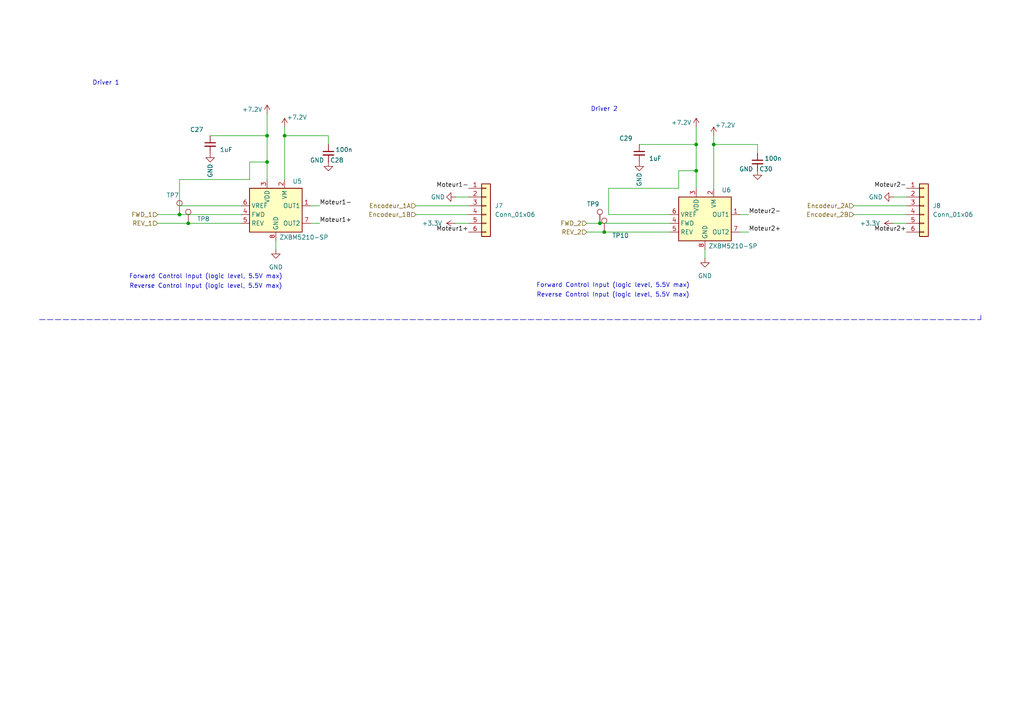
<source format=kicad_sch>
(kicad_sch
	(version 20250114)
	(generator "eeschema")
	(generator_version "9.0")
	(uuid "b5a7f1df-0b18-45d6-9ff7-1dc93c96be52")
	(paper "A4")
	(lib_symbols
		(symbol "Connector:TestPoint"
			(pin_numbers
				(hide yes)
			)
			(pin_names
				(offset 0.762)
				(hide yes)
			)
			(exclude_from_sim no)
			(in_bom yes)
			(on_board yes)
			(property "Reference" "TP"
				(at 0 6.858 0)
				(effects
					(font
						(size 1.27 1.27)
					)
				)
			)
			(property "Value" "TestPoint"
				(at 0 5.08 0)
				(effects
					(font
						(size 1.27 1.27)
					)
				)
			)
			(property "Footprint" ""
				(at 5.08 0 0)
				(effects
					(font
						(size 1.27 1.27)
					)
					(hide yes)
				)
			)
			(property "Datasheet" "~"
				(at 5.08 0 0)
				(effects
					(font
						(size 1.27 1.27)
					)
					(hide yes)
				)
			)
			(property "Description" "test point"
				(at 0 0 0)
				(effects
					(font
						(size 1.27 1.27)
					)
					(hide yes)
				)
			)
			(property "ki_keywords" "test point tp"
				(at 0 0 0)
				(effects
					(font
						(size 1.27 1.27)
					)
					(hide yes)
				)
			)
			(property "ki_fp_filters" "Pin* Test*"
				(at 0 0 0)
				(effects
					(font
						(size 1.27 1.27)
					)
					(hide yes)
				)
			)
			(symbol "TestPoint_0_1"
				(circle
					(center 0 3.302)
					(radius 0.762)
					(stroke
						(width 0)
						(type default)
					)
					(fill
						(type none)
					)
				)
			)
			(symbol "TestPoint_1_1"
				(pin passive line
					(at 0 0 90)
					(length 2.54)
					(name "1"
						(effects
							(font
								(size 1.27 1.27)
							)
						)
					)
					(number "1"
						(effects
							(font
								(size 1.27 1.27)
							)
						)
					)
				)
			)
			(embedded_fonts no)
		)
		(symbol "Connector_Generic:Conn_01x06"
			(pin_names
				(offset 1.016)
				(hide yes)
			)
			(exclude_from_sim no)
			(in_bom yes)
			(on_board yes)
			(property "Reference" "J"
				(at 0 7.62 0)
				(effects
					(font
						(size 1.27 1.27)
					)
				)
			)
			(property "Value" "Conn_01x06"
				(at 0 -10.16 0)
				(effects
					(font
						(size 1.27 1.27)
					)
				)
			)
			(property "Footprint" ""
				(at 0 0 0)
				(effects
					(font
						(size 1.27 1.27)
					)
					(hide yes)
				)
			)
			(property "Datasheet" "~"
				(at 0 0 0)
				(effects
					(font
						(size 1.27 1.27)
					)
					(hide yes)
				)
			)
			(property "Description" "Generic connector, single row, 01x06, script generated (kicad-library-utils/schlib/autogen/connector/)"
				(at 0 0 0)
				(effects
					(font
						(size 1.27 1.27)
					)
					(hide yes)
				)
			)
			(property "ki_keywords" "connector"
				(at 0 0 0)
				(effects
					(font
						(size 1.27 1.27)
					)
					(hide yes)
				)
			)
			(property "ki_fp_filters" "Connector*:*_1x??_*"
				(at 0 0 0)
				(effects
					(font
						(size 1.27 1.27)
					)
					(hide yes)
				)
			)
			(symbol "Conn_01x06_1_1"
				(rectangle
					(start -1.27 6.35)
					(end 1.27 -8.89)
					(stroke
						(width 0.254)
						(type default)
					)
					(fill
						(type background)
					)
				)
				(rectangle
					(start -1.27 5.207)
					(end 0 4.953)
					(stroke
						(width 0.1524)
						(type default)
					)
					(fill
						(type none)
					)
				)
				(rectangle
					(start -1.27 2.667)
					(end 0 2.413)
					(stroke
						(width 0.1524)
						(type default)
					)
					(fill
						(type none)
					)
				)
				(rectangle
					(start -1.27 0.127)
					(end 0 -0.127)
					(stroke
						(width 0.1524)
						(type default)
					)
					(fill
						(type none)
					)
				)
				(rectangle
					(start -1.27 -2.413)
					(end 0 -2.667)
					(stroke
						(width 0.1524)
						(type default)
					)
					(fill
						(type none)
					)
				)
				(rectangle
					(start -1.27 -4.953)
					(end 0 -5.207)
					(stroke
						(width 0.1524)
						(type default)
					)
					(fill
						(type none)
					)
				)
				(rectangle
					(start -1.27 -7.493)
					(end 0 -7.747)
					(stroke
						(width 0.1524)
						(type default)
					)
					(fill
						(type none)
					)
				)
				(pin passive line
					(at -5.08 5.08 0)
					(length 3.81)
					(name "Pin_1"
						(effects
							(font
								(size 1.27 1.27)
							)
						)
					)
					(number "1"
						(effects
							(font
								(size 1.27 1.27)
							)
						)
					)
				)
				(pin passive line
					(at -5.08 2.54 0)
					(length 3.81)
					(name "Pin_2"
						(effects
							(font
								(size 1.27 1.27)
							)
						)
					)
					(number "2"
						(effects
							(font
								(size 1.27 1.27)
							)
						)
					)
				)
				(pin passive line
					(at -5.08 0 0)
					(length 3.81)
					(name "Pin_3"
						(effects
							(font
								(size 1.27 1.27)
							)
						)
					)
					(number "3"
						(effects
							(font
								(size 1.27 1.27)
							)
						)
					)
				)
				(pin passive line
					(at -5.08 -2.54 0)
					(length 3.81)
					(name "Pin_4"
						(effects
							(font
								(size 1.27 1.27)
							)
						)
					)
					(number "4"
						(effects
							(font
								(size 1.27 1.27)
							)
						)
					)
				)
				(pin passive line
					(at -5.08 -5.08 0)
					(length 3.81)
					(name "Pin_5"
						(effects
							(font
								(size 1.27 1.27)
							)
						)
					)
					(number "5"
						(effects
							(font
								(size 1.27 1.27)
							)
						)
					)
				)
				(pin passive line
					(at -5.08 -7.62 0)
					(length 3.81)
					(name "Pin_6"
						(effects
							(font
								(size 1.27 1.27)
							)
						)
					)
					(number "6"
						(effects
							(font
								(size 1.27 1.27)
							)
						)
					)
				)
			)
			(embedded_fonts no)
		)
		(symbol "Device:C_Small"
			(pin_numbers
				(hide yes)
			)
			(pin_names
				(offset 0.254)
				(hide yes)
			)
			(exclude_from_sim no)
			(in_bom yes)
			(on_board yes)
			(property "Reference" "C"
				(at 0.254 1.778 0)
				(effects
					(font
						(size 1.27 1.27)
					)
					(justify left)
				)
			)
			(property "Value" "C_Small"
				(at 0.254 -2.032 0)
				(effects
					(font
						(size 1.27 1.27)
					)
					(justify left)
				)
			)
			(property "Footprint" ""
				(at 0 0 0)
				(effects
					(font
						(size 1.27 1.27)
					)
					(hide yes)
				)
			)
			(property "Datasheet" "~"
				(at 0 0 0)
				(effects
					(font
						(size 1.27 1.27)
					)
					(hide yes)
				)
			)
			(property "Description" "Unpolarized capacitor, small symbol"
				(at 0 0 0)
				(effects
					(font
						(size 1.27 1.27)
					)
					(hide yes)
				)
			)
			(property "ki_keywords" "capacitor cap"
				(at 0 0 0)
				(effects
					(font
						(size 1.27 1.27)
					)
					(hide yes)
				)
			)
			(property "ki_fp_filters" "C_*"
				(at 0 0 0)
				(effects
					(font
						(size 1.27 1.27)
					)
					(hide yes)
				)
			)
			(symbol "C_Small_0_1"
				(polyline
					(pts
						(xy -1.524 0.508) (xy 1.524 0.508)
					)
					(stroke
						(width 0.3048)
						(type default)
					)
					(fill
						(type none)
					)
				)
				(polyline
					(pts
						(xy -1.524 -0.508) (xy 1.524 -0.508)
					)
					(stroke
						(width 0.3302)
						(type default)
					)
					(fill
						(type none)
					)
				)
			)
			(symbol "C_Small_1_1"
				(pin passive line
					(at 0 2.54 270)
					(length 2.032)
					(name "~"
						(effects
							(font
								(size 1.27 1.27)
							)
						)
					)
					(number "1"
						(effects
							(font
								(size 1.27 1.27)
							)
						)
					)
				)
				(pin passive line
					(at 0 -2.54 90)
					(length 2.032)
					(name "~"
						(effects
							(font
								(size 1.27 1.27)
							)
						)
					)
					(number "2"
						(effects
							(font
								(size 1.27 1.27)
							)
						)
					)
				)
			)
			(embedded_fonts no)
		)
		(symbol "Driver_Motor:ZXBM5210-SP"
			(exclude_from_sim no)
			(in_bom yes)
			(on_board yes)
			(property "Reference" "U"
				(at -7.62 8.89 0)
				(effects
					(font
						(size 1.27 1.27)
					)
				)
			)
			(property "Value" "ZXBM5210-SP"
				(at 10.16 8.89 0)
				(effects
					(font
						(size 1.27 1.27)
					)
				)
			)
			(property "Footprint" "Package_SO:Diodes_SO-8EP"
				(at 1.27 -6.35 0)
				(effects
					(font
						(size 1.27 1.27)
					)
					(hide yes)
				)
			)
			(property "Datasheet" "https://www.diodes.com/assets/Datasheets/ZXBM5210.pdf"
				(at 0 0 0)
				(effects
					(font
						(size 1.27 1.27)
					)
					(hide yes)
				)
			)
			(property "Description" "Reversible DC motor drive with speed control, 3-18V, 0.85A, SOIC-8EP"
				(at 0 0 0)
				(effects
					(font
						(size 1.27 1.27)
					)
					(hide yes)
				)
			)
			(property "ki_keywords" "H-bridge, motor driver, PWM, single coil"
				(at 0 0 0)
				(effects
					(font
						(size 1.27 1.27)
					)
					(hide yes)
				)
			)
			(property "ki_fp_filters" "Diodes*SO*EP*"
				(at 0 0 0)
				(effects
					(font
						(size 1.27 1.27)
					)
					(hide yes)
				)
			)
			(symbol "ZXBM5210-SP_0_0"
				(pin input line
					(at -10.16 2.54 0)
					(length 2.54)
					(name "VREF"
						(effects
							(font
								(size 1.27 1.27)
							)
						)
					)
					(number "6"
						(effects
							(font
								(size 1.27 1.27)
							)
						)
					)
				)
				(pin input line
					(at -10.16 0 0)
					(length 2.54)
					(name "FWD"
						(effects
							(font
								(size 1.27 1.27)
							)
						)
					)
					(number "4"
						(effects
							(font
								(size 1.27 1.27)
							)
						)
					)
				)
				(pin input line
					(at -10.16 -2.54 0)
					(length 2.54)
					(name "REV"
						(effects
							(font
								(size 1.27 1.27)
							)
						)
					)
					(number "5"
						(effects
							(font
								(size 1.27 1.27)
							)
						)
					)
				)
				(pin power_in line
					(at -2.54 10.16 270)
					(length 2.54)
					(name "VDD"
						(effects
							(font
								(size 1.27 1.27)
							)
						)
					)
					(number "3"
						(effects
							(font
								(size 1.27 1.27)
							)
						)
					)
				)
				(pin power_in line
					(at 0 -7.62 90)
					(length 2.54)
					(name "GND"
						(effects
							(font
								(size 1.27 1.27)
							)
						)
					)
					(number "8"
						(effects
							(font
								(size 1.27 1.27)
							)
						)
					)
				)
				(pin passive line
					(at 0 -7.62 90)
					(length 2.54)
					(hide yes)
					(name "GND"
						(effects
							(font
								(size 1.27 1.27)
							)
						)
					)
					(number "9"
						(effects
							(font
								(size 1.27 1.27)
							)
						)
					)
				)
				(pin power_in line
					(at 2.54 10.16 270)
					(length 2.54)
					(name "VM"
						(effects
							(font
								(size 1.27 1.27)
							)
						)
					)
					(number "2"
						(effects
							(font
								(size 1.27 1.27)
							)
						)
					)
				)
				(pin output line
					(at 10.16 2.54 180)
					(length 2.54)
					(name "OUT1"
						(effects
							(font
								(size 1.27 1.27)
							)
						)
					)
					(number "1"
						(effects
							(font
								(size 1.27 1.27)
							)
						)
					)
				)
				(pin output line
					(at 10.16 -2.54 180)
					(length 2.54)
					(name "OUT2"
						(effects
							(font
								(size 1.27 1.27)
							)
						)
					)
					(number "7"
						(effects
							(font
								(size 1.27 1.27)
							)
						)
					)
				)
			)
			(symbol "ZXBM5210-SP_0_1"
				(rectangle
					(start -7.62 7.62)
					(end 7.62 -5.08)
					(stroke
						(width 0.254)
						(type default)
					)
					(fill
						(type background)
					)
				)
			)
			(embedded_fonts no)
		)
		(symbol "power:+3.3V"
			(power)
			(pin_numbers
				(hide yes)
			)
			(pin_names
				(offset 0)
				(hide yes)
			)
			(exclude_from_sim no)
			(in_bom yes)
			(on_board yes)
			(property "Reference" "#PWR"
				(at 0 -3.81 0)
				(effects
					(font
						(size 1.27 1.27)
					)
					(hide yes)
				)
			)
			(property "Value" "+3.3V"
				(at 0 3.556 0)
				(effects
					(font
						(size 1.27 1.27)
					)
				)
			)
			(property "Footprint" ""
				(at 0 0 0)
				(effects
					(font
						(size 1.27 1.27)
					)
					(hide yes)
				)
			)
			(property "Datasheet" ""
				(at 0 0 0)
				(effects
					(font
						(size 1.27 1.27)
					)
					(hide yes)
				)
			)
			(property "Description" "Power symbol creates a global label with name \"+3.3V\""
				(at 0 0 0)
				(effects
					(font
						(size 1.27 1.27)
					)
					(hide yes)
				)
			)
			(property "ki_keywords" "global power"
				(at 0 0 0)
				(effects
					(font
						(size 1.27 1.27)
					)
					(hide yes)
				)
			)
			(symbol "+3.3V_0_1"
				(polyline
					(pts
						(xy -0.762 1.27) (xy 0 2.54)
					)
					(stroke
						(width 0)
						(type default)
					)
					(fill
						(type none)
					)
				)
				(polyline
					(pts
						(xy 0 2.54) (xy 0.762 1.27)
					)
					(stroke
						(width 0)
						(type default)
					)
					(fill
						(type none)
					)
				)
				(polyline
					(pts
						(xy 0 0) (xy 0 2.54)
					)
					(stroke
						(width 0)
						(type default)
					)
					(fill
						(type none)
					)
				)
			)
			(symbol "+3.3V_1_1"
				(pin power_in line
					(at 0 0 90)
					(length 0)
					(name "~"
						(effects
							(font
								(size 1.27 1.27)
							)
						)
					)
					(number "1"
						(effects
							(font
								(size 1.27 1.27)
							)
						)
					)
				)
			)
			(embedded_fonts no)
		)
		(symbol "power:+BATT"
			(power)
			(pin_numbers
				(hide yes)
			)
			(pin_names
				(offset 0)
				(hide yes)
			)
			(exclude_from_sim no)
			(in_bom yes)
			(on_board yes)
			(property "Reference" "#PWR"
				(at 0 -3.81 0)
				(effects
					(font
						(size 1.27 1.27)
					)
					(hide yes)
				)
			)
			(property "Value" "+BATT"
				(at 0 3.556 0)
				(effects
					(font
						(size 1.27 1.27)
					)
				)
			)
			(property "Footprint" ""
				(at 0 0 0)
				(effects
					(font
						(size 1.27 1.27)
					)
					(hide yes)
				)
			)
			(property "Datasheet" ""
				(at 0 0 0)
				(effects
					(font
						(size 1.27 1.27)
					)
					(hide yes)
				)
			)
			(property "Description" "Power symbol creates a global label with name \"+BATT\""
				(at 0 0 0)
				(effects
					(font
						(size 1.27 1.27)
					)
					(hide yes)
				)
			)
			(property "ki_keywords" "global power battery"
				(at 0 0 0)
				(effects
					(font
						(size 1.27 1.27)
					)
					(hide yes)
				)
			)
			(symbol "+BATT_0_1"
				(polyline
					(pts
						(xy -0.762 1.27) (xy 0 2.54)
					)
					(stroke
						(width 0)
						(type default)
					)
					(fill
						(type none)
					)
				)
				(polyline
					(pts
						(xy 0 2.54) (xy 0.762 1.27)
					)
					(stroke
						(width 0)
						(type default)
					)
					(fill
						(type none)
					)
				)
				(polyline
					(pts
						(xy 0 0) (xy 0 2.54)
					)
					(stroke
						(width 0)
						(type default)
					)
					(fill
						(type none)
					)
				)
			)
			(symbol "+BATT_1_1"
				(pin power_in line
					(at 0 0 90)
					(length 0)
					(name "~"
						(effects
							(font
								(size 1.27 1.27)
							)
						)
					)
					(number "1"
						(effects
							(font
								(size 1.27 1.27)
							)
						)
					)
				)
			)
			(embedded_fonts no)
		)
		(symbol "power:GND"
			(power)
			(pin_numbers
				(hide yes)
			)
			(pin_names
				(offset 0)
				(hide yes)
			)
			(exclude_from_sim no)
			(in_bom yes)
			(on_board yes)
			(property "Reference" "#PWR"
				(at 0 -6.35 0)
				(effects
					(font
						(size 1.27 1.27)
					)
					(hide yes)
				)
			)
			(property "Value" "GND"
				(at 0 -3.81 0)
				(effects
					(font
						(size 1.27 1.27)
					)
				)
			)
			(property "Footprint" ""
				(at 0 0 0)
				(effects
					(font
						(size 1.27 1.27)
					)
					(hide yes)
				)
			)
			(property "Datasheet" ""
				(at 0 0 0)
				(effects
					(font
						(size 1.27 1.27)
					)
					(hide yes)
				)
			)
			(property "Description" "Power symbol creates a global label with name \"GND\" , ground"
				(at 0 0 0)
				(effects
					(font
						(size 1.27 1.27)
					)
					(hide yes)
				)
			)
			(property "ki_keywords" "global power"
				(at 0 0 0)
				(effects
					(font
						(size 1.27 1.27)
					)
					(hide yes)
				)
			)
			(symbol "GND_0_1"
				(polyline
					(pts
						(xy 0 0) (xy 0 -1.27) (xy 1.27 -1.27) (xy 0 -2.54) (xy -1.27 -1.27) (xy 0 -1.27)
					)
					(stroke
						(width 0)
						(type default)
					)
					(fill
						(type none)
					)
				)
			)
			(symbol "GND_1_1"
				(pin power_in line
					(at 0 0 270)
					(length 0)
					(name "~"
						(effects
							(font
								(size 1.27 1.27)
							)
						)
					)
					(number "1"
						(effects
							(font
								(size 1.27 1.27)
							)
						)
					)
				)
			)
			(embedded_fonts no)
		)
	)
	(text "Forward Control Input (logic level, 5.5V max)"
		(exclude_from_sim no)
		(at 177.8 82.804 0)
		(effects
			(font
				(size 1.27 1.27)
			)
		)
		(uuid "31387f1a-bc53-4fc6-b279-80fae046320b")
	)
	(text "Driver 2\n\n"
		(exclude_from_sim no)
		(at 175.26 32.766 0)
		(effects
			(font
				(size 1.27 1.27)
			)
		)
		(uuid "4d812520-f027-420c-a0f2-bfb68309b600")
	)
	(text "Forward Control Input (logic level, 5.5V max)"
		(exclude_from_sim no)
		(at 59.69 80.264 0)
		(effects
			(font
				(size 1.27 1.27)
			)
		)
		(uuid "4f0d02d8-7887-4cb2-aa73-d20e9b94cf26")
	)
	(text "Reverse Control Input (logic level, 5.5V max)"
		(exclude_from_sim no)
		(at 177.8 85.598 0)
		(effects
			(font
				(size 1.27 1.27)
			)
		)
		(uuid "783863f2-410a-4fad-9c7d-fb93f749ce9d")
	)
	(text "Driver 1\n"
		(exclude_from_sim no)
		(at 30.734 24.13 0)
		(effects
			(font
				(size 1.27 1.27)
			)
		)
		(uuid "e7815811-aaf8-40b6-a1f9-a326f5c6e5cf")
	)
	(text "Reverse Control Input (logic level, 5.5V max)"
		(exclude_from_sim no)
		(at 59.69 83.058 0)
		(effects
			(font
				(size 1.27 1.27)
			)
		)
		(uuid "f814b2c1-0cda-4bad-bf68-2362f7c69cc1")
	)
	(junction
		(at 201.93 41.91)
		(diameter 0)
		(color 0 0 0 0)
		(uuid "041e9da3-a32e-4562-87df-eb834a0ace03")
	)
	(junction
		(at 175.26 67.31)
		(diameter 0)
		(color 0 0 0 0)
		(uuid "2165ce26-3cfb-4b1b-80c4-e5f2e13d7a55")
	)
	(junction
		(at 207.01 41.91)
		(diameter 0)
		(color 0 0 0 0)
		(uuid "2342e51f-c3ab-42d2-bcea-70cc1fdaa785")
	)
	(junction
		(at 54.61 64.77)
		(diameter 0)
		(color 0 0 0 0)
		(uuid "2f092b07-9803-41d1-a543-fdfa065a6121")
	)
	(junction
		(at 52.07 62.23)
		(diameter 0)
		(color 0 0 0 0)
		(uuid "5bf93ad0-13c2-46bc-ab20-de40ba058d8f")
	)
	(junction
		(at 77.47 46.99)
		(diameter 0)
		(color 0 0 0 0)
		(uuid "74b2bc8b-a597-44c5-a2b9-f21e223fc1fc")
	)
	(junction
		(at 77.47 39.37)
		(diameter 0)
		(color 0 0 0 0)
		(uuid "80544365-fc73-4d37-bba7-9f9b5082aa80")
	)
	(junction
		(at 201.93 49.53)
		(diameter 0)
		(color 0 0 0 0)
		(uuid "840c4dbf-78d2-424a-aae9-ccd564f19bb8")
	)
	(junction
		(at 173.99 64.77)
		(diameter 0)
		(color 0 0 0 0)
		(uuid "f11b7859-1f51-4bc5-b42b-2a8041157043")
	)
	(junction
		(at 82.55 39.37)
		(diameter 0)
		(color 0 0 0 0)
		(uuid "f8daa794-47b5-404b-94d3-8fef914c136b")
	)
	(wire
		(pts
			(xy 90.17 64.77) (xy 92.71 64.77)
		)
		(stroke
			(width 0)
			(type default)
		)
		(uuid "02f73980-cc49-4778-8103-54bec1382fe3")
	)
	(wire
		(pts
			(xy 54.61 64.77) (xy 69.85 64.77)
		)
		(stroke
			(width 0)
			(type default)
		)
		(uuid "02fc1c9a-be1e-414d-b960-44f35c6155ac")
	)
	(wire
		(pts
			(xy 214.63 62.23) (xy 217.17 62.23)
		)
		(stroke
			(width 0)
			(type default)
		)
		(uuid "077fdc82-4f43-4654-85c2-5f6a68e1d090")
	)
	(wire
		(pts
			(xy 204.47 72.39) (xy 204.47 74.93)
		)
		(stroke
			(width 0)
			(type default)
		)
		(uuid "0a8afdf6-d5d5-49c9-9fae-7d1c42502b0b")
	)
	(wire
		(pts
			(xy 52.07 52.07) (xy 52.07 59.69)
		)
		(stroke
			(width 0)
			(type default)
		)
		(uuid "1f15aea3-296e-4a1c-a8e9-a9038b9e8dc2")
	)
	(wire
		(pts
			(xy 72.39 46.99) (xy 72.39 52.07)
		)
		(stroke
			(width 0)
			(type default)
		)
		(uuid "227f66be-fddf-40b9-aec7-42eaac0d974a")
	)
	(wire
		(pts
			(xy 214.63 67.31) (xy 217.17 67.31)
		)
		(stroke
			(width 0)
			(type default)
		)
		(uuid "27ae6d0d-3dc4-462f-8a63-1cbed7a41ee5")
	)
	(wire
		(pts
			(xy 90.17 59.69) (xy 92.71 59.69)
		)
		(stroke
			(width 0)
			(type default)
		)
		(uuid "2854a916-e4be-428c-99b5-3e1481df17d3")
	)
	(wire
		(pts
			(xy 95.25 39.37) (xy 82.55 39.37)
		)
		(stroke
			(width 0)
			(type default)
		)
		(uuid "289d589f-e472-4369-9c5c-cd8f9ddd226c")
	)
	(wire
		(pts
			(xy 201.93 41.91) (xy 201.93 49.53)
		)
		(stroke
			(width 0)
			(type default)
		)
		(uuid "2a3d12c5-9784-4243-add3-18c646cebcd0")
	)
	(wire
		(pts
			(xy 120.65 62.23) (xy 135.89 62.23)
		)
		(stroke
			(width 0)
			(type default)
		)
		(uuid "2b7af2dc-ec8e-41e0-a0cf-17987e6fb0dc")
	)
	(wire
		(pts
			(xy 82.55 36.83) (xy 82.55 39.37)
		)
		(stroke
			(width 0)
			(type default)
		)
		(uuid "320eadd6-d3a8-4fcb-ac70-5a02423ba8b2")
	)
	(wire
		(pts
			(xy 176.53 54.61) (xy 196.85 54.61)
		)
		(stroke
			(width 0)
			(type default)
		)
		(uuid "37a1c0e8-6238-4477-a7aa-dca75b81f5e7")
	)
	(wire
		(pts
			(xy 207.01 39.37) (xy 207.01 41.91)
		)
		(stroke
			(width 0)
			(type default)
		)
		(uuid "3be448dd-b037-4a35-8ac9-122cebf100e1")
	)
	(wire
		(pts
			(xy 45.72 64.77) (xy 54.61 64.77)
		)
		(stroke
			(width 0)
			(type default)
		)
		(uuid "462414fb-96f8-468b-a35c-5a0b2abecb7d")
	)
	(wire
		(pts
			(xy 247.65 59.69) (xy 262.89 59.69)
		)
		(stroke
			(width 0)
			(type default)
		)
		(uuid "4d2b6e95-4389-47be-b1e2-da2e7c205dd7")
	)
	(wire
		(pts
			(xy 52.07 59.69) (xy 69.85 59.69)
		)
		(stroke
			(width 0)
			(type default)
		)
		(uuid "50a2d995-9b94-4fd7-9d50-f9d5d208961e")
	)
	(wire
		(pts
			(xy 77.47 33.02) (xy 77.47 39.37)
		)
		(stroke
			(width 0)
			(type default)
		)
		(uuid "6393a09f-40c6-4b9c-9725-3acefbf9597a")
	)
	(wire
		(pts
			(xy 207.01 41.91) (xy 207.01 54.61)
		)
		(stroke
			(width 0)
			(type default)
		)
		(uuid "6ac26351-bc61-495d-a755-2f50aefc78e4")
	)
	(wire
		(pts
			(xy 196.85 49.53) (xy 196.85 54.61)
		)
		(stroke
			(width 0)
			(type default)
		)
		(uuid "71c7ef6c-ee0c-4885-b2ac-34341729d24a")
	)
	(wire
		(pts
			(xy 52.07 62.23) (xy 69.85 62.23)
		)
		(stroke
			(width 0)
			(type default)
		)
		(uuid "7cfffdc9-cd47-49aa-bd50-1d99a87e20e2")
	)
	(wire
		(pts
			(xy 132.08 57.15) (xy 135.89 57.15)
		)
		(stroke
			(width 0)
			(type default)
		)
		(uuid "7df84e93-3c52-43bb-b47c-b8d37dec35b5")
	)
	(wire
		(pts
			(xy 120.65 59.69) (xy 135.89 59.69)
		)
		(stroke
			(width 0)
			(type default)
		)
		(uuid "8173ef50-b671-45de-89af-1f7e35cfb097")
	)
	(wire
		(pts
			(xy 170.18 64.77) (xy 173.99 64.77)
		)
		(stroke
			(width 0)
			(type default)
		)
		(uuid "840e14d3-33c5-467f-aab2-7659a71a198c")
	)
	(wire
		(pts
			(xy 52.07 52.07) (xy 72.39 52.07)
		)
		(stroke
			(width 0)
			(type default)
		)
		(uuid "8b74ad91-b8ad-4bb2-bc10-51e7d854ffc9")
	)
	(wire
		(pts
			(xy 176.53 62.23) (xy 194.31 62.23)
		)
		(stroke
			(width 0)
			(type default)
		)
		(uuid "93e2de07-03c3-4eb5-b2c1-97796713b239")
	)
	(wire
		(pts
			(xy 95.25 41.91) (xy 95.25 39.37)
		)
		(stroke
			(width 0)
			(type default)
		)
		(uuid "970d636b-e54c-4e8d-a214-e237a61795a8")
	)
	(wire
		(pts
			(xy 72.39 46.99) (xy 77.47 46.99)
		)
		(stroke
			(width 0)
			(type default)
		)
		(uuid "9aba47fa-f29a-4a7d-a076-fa577cd8c2d1")
	)
	(wire
		(pts
			(xy 201.93 49.53) (xy 201.93 54.61)
		)
		(stroke
			(width 0)
			(type default)
		)
		(uuid "a45eb74e-3d02-4755-a6e1-72ec777bda6b")
	)
	(wire
		(pts
			(xy 247.65 62.23) (xy 262.89 62.23)
		)
		(stroke
			(width 0)
			(type default)
		)
		(uuid "a7a95bf0-8a01-4b81-a28f-578afd67046f")
	)
	(wire
		(pts
			(xy 60.96 39.37) (xy 77.47 39.37)
		)
		(stroke
			(width 0)
			(type default)
		)
		(uuid "aa23eeba-40b5-43a3-a9ab-d70ba9082fe9")
	)
	(polyline
		(pts
			(xy 284.48 91.44) (xy 284.48 92.71)
		)
		(stroke
			(width 0)
			(type default)
		)
		(uuid "aa3f3991-bd3e-4cc7-8470-d8660fc2039b")
	)
	(wire
		(pts
			(xy 175.26 67.31) (xy 194.31 67.31)
		)
		(stroke
			(width 0)
			(type default)
		)
		(uuid "ab1696d9-617c-4789-b6e2-0fd6e18a9ae5")
	)
	(wire
		(pts
			(xy 176.53 54.61) (xy 176.53 62.23)
		)
		(stroke
			(width 0)
			(type default)
		)
		(uuid "abe910a7-d30a-41d4-8810-2b7273e058ea")
	)
	(wire
		(pts
			(xy 219.71 44.45) (xy 219.71 41.91)
		)
		(stroke
			(width 0)
			(type default)
		)
		(uuid "b2086018-0682-41e7-913d-98cd85b9b4f3")
	)
	(wire
		(pts
			(xy 82.55 39.37) (xy 82.55 52.07)
		)
		(stroke
			(width 0)
			(type default)
		)
		(uuid "b4c0cf52-9c06-4f24-9b21-a562cc6ba42f")
	)
	(wire
		(pts
			(xy 170.18 67.31) (xy 175.26 67.31)
		)
		(stroke
			(width 0)
			(type default)
		)
		(uuid "b76b8d7f-641a-445f-b2f9-f51538afbd5f")
	)
	(wire
		(pts
			(xy 201.93 36.83) (xy 201.93 41.91)
		)
		(stroke
			(width 0)
			(type default)
		)
		(uuid "baadba4f-c154-4726-a539-eac46991fe57")
	)
	(wire
		(pts
			(xy 80.01 69.85) (xy 80.01 72.39)
		)
		(stroke
			(width 0)
			(type default)
		)
		(uuid "bb1d05fe-43b7-4d07-ba1c-2ebff6f4fdf4")
	)
	(wire
		(pts
			(xy 77.47 39.37) (xy 77.47 46.99)
		)
		(stroke
			(width 0)
			(type default)
		)
		(uuid "bdfbfee7-c96c-43f5-a22a-61efccd9ce39")
	)
	(wire
		(pts
			(xy 259.08 64.77) (xy 262.89 64.77)
		)
		(stroke
			(width 0)
			(type default)
		)
		(uuid "c83abb9d-884f-49cb-8790-53e1c27e3d18")
	)
	(wire
		(pts
			(xy 185.42 41.91) (xy 201.93 41.91)
		)
		(stroke
			(width 0)
			(type default)
		)
		(uuid "c9ee12bb-d4dc-4939-ae6f-84ab52d59ae9")
	)
	(wire
		(pts
			(xy 196.85 49.53) (xy 201.93 49.53)
		)
		(stroke
			(width 0)
			(type default)
		)
		(uuid "cd17749c-f403-4b88-984b-abd20671c97a")
	)
	(wire
		(pts
			(xy 77.47 46.99) (xy 77.47 52.07)
		)
		(stroke
			(width 0)
			(type default)
		)
		(uuid "d7456bd2-5d51-4d2d-8c5d-ba3a9027512b")
	)
	(polyline
		(pts
			(xy 11.43 92.71) (xy 284.48 92.71)
		)
		(stroke
			(width 0)
			(type dash)
		)
		(uuid "e2364c57-2fd9-4814-971d-7f1df012ca70")
	)
	(wire
		(pts
			(xy 45.72 62.23) (xy 52.07 62.23)
		)
		(stroke
			(width 0)
			(type default)
		)
		(uuid "e88268ae-83a0-4a4a-9e2c-10293669ac44")
	)
	(wire
		(pts
			(xy 259.08 57.15) (xy 262.89 57.15)
		)
		(stroke
			(width 0)
			(type default)
		)
		(uuid "e8dcc059-8905-41eb-987c-e91a0f9e82d7")
	)
	(wire
		(pts
			(xy 219.71 41.91) (xy 207.01 41.91)
		)
		(stroke
			(width 0)
			(type default)
		)
		(uuid "ec5214ac-5c16-40bf-b99c-77a9f1ad5546")
	)
	(wire
		(pts
			(xy 132.08 64.77) (xy 135.89 64.77)
		)
		(stroke
			(width 0)
			(type default)
		)
		(uuid "f3559675-dfca-4ddd-b623-c181345479f7")
	)
	(wire
		(pts
			(xy 173.99 64.77) (xy 194.31 64.77)
		)
		(stroke
			(width 0)
			(type default)
		)
		(uuid "f409f465-554e-41fa-80f7-1a3245ca4134")
	)
	(label "Moteur1+"
		(at 135.89 67.31 180)
		(effects
			(font
				(size 1.27 1.27)
			)
			(justify right bottom)
		)
		(uuid "25b166fb-2f85-484f-9bb0-6ab4028af67c")
	)
	(label "Moteur2-"
		(at 217.17 62.23 0)
		(effects
			(font
				(size 1.27 1.27)
			)
			(justify left bottom)
		)
		(uuid "2dbc6a12-5125-4c59-a3b4-4db13cce1c71")
	)
	(label "Moteur1+"
		(at 92.71 64.77 0)
		(effects
			(font
				(size 1.27 1.27)
			)
			(justify left bottom)
		)
		(uuid "7253030e-29cd-40de-b7fa-5a3d97573059")
	)
	(label "Moteur2-"
		(at 262.89 54.61 180)
		(effects
			(font
				(size 1.27 1.27)
			)
			(justify right bottom)
		)
		(uuid "8a4a8f38-7f72-4854-bb9c-914d131b283c")
	)
	(label "Moteur2+"
		(at 217.17 67.31 0)
		(effects
			(font
				(size 1.27 1.27)
			)
			(justify left bottom)
		)
		(uuid "bbe4f855-ef9e-40c3-b065-2026166bba8e")
	)
	(label "Moteur1-"
		(at 92.71 59.69 0)
		(effects
			(font
				(size 1.27 1.27)
			)
			(justify left bottom)
		)
		(uuid "c7a1b901-12a7-4fb3-8494-39b1db2b5c81")
	)
	(label "Moteur2+"
		(at 262.89 67.31 180)
		(effects
			(font
				(size 1.27 1.27)
			)
			(justify right bottom)
		)
		(uuid "e861e9a5-177e-4fd4-9d79-abecdc13512d")
	)
	(label "Moteur1-"
		(at 135.89 54.61 180)
		(effects
			(font
				(size 1.27 1.27)
			)
			(justify right bottom)
		)
		(uuid "f2ef0097-23b7-41c1-bc2d-32c26c45f160")
	)
	(hierarchical_label "REV_2"
		(shape input)
		(at 170.18 67.31 180)
		(effects
			(font
				(size 1.27 1.27)
			)
			(justify right)
		)
		(uuid "0b077937-4dec-4c6e-b95e-493b678cef60")
	)
	(hierarchical_label "FWD_1"
		(shape input)
		(at 45.72 62.23 180)
		(effects
			(font
				(size 1.27 1.27)
			)
			(justify right)
		)
		(uuid "26a46fd4-9f49-43d7-b329-7de4b23a04a9")
	)
	(hierarchical_label "Encodeur_1A"
		(shape input)
		(at 120.65 59.69 180)
		(effects
			(font
				(size 1.27 1.27)
			)
			(justify right)
		)
		(uuid "5c18d9c1-b9c0-4f34-8fda-e1730265393c")
	)
	(hierarchical_label "FWD_2"
		(shape input)
		(at 170.18 64.77 180)
		(effects
			(font
				(size 1.27 1.27)
			)
			(justify right)
		)
		(uuid "6149437d-9bc2-46a7-a867-7634cae174c9")
	)
	(hierarchical_label "Encodeur_2B"
		(shape input)
		(at 247.65 62.23 180)
		(effects
			(font
				(size 1.27 1.27)
			)
			(justify right)
		)
		(uuid "721f7697-d438-4805-af02-9ef62a791578")
	)
	(hierarchical_label "Encodeur_1B"
		(shape input)
		(at 120.65 62.23 180)
		(effects
			(font
				(size 1.27 1.27)
			)
			(justify right)
		)
		(uuid "b21ede16-0d92-4eb7-b97a-777b057d0c99")
	)
	(hierarchical_label "REV_1"
		(shape input)
		(at 45.72 64.77 180)
		(effects
			(font
				(size 1.27 1.27)
			)
			(justify right)
		)
		(uuid "c29ad3eb-9feb-45f2-8a30-5d92904bef9b")
	)
	(hierarchical_label "Encodeur_2A"
		(shape input)
		(at 247.65 59.69 180)
		(effects
			(font
				(size 1.27 1.27)
			)
			(justify right)
		)
		(uuid "e1483968-da69-4f06-aa1f-de4b1dc3cab4")
	)
	(symbol
		(lib_id "Driver_Motor:ZXBM5210-SP")
		(at 204.47 64.77 0)
		(unit 1)
		(exclude_from_sim no)
		(in_bom yes)
		(on_board yes)
		(dnp no)
		(uuid "08636e2c-ae22-4642-8ac5-fbd3199aa3d5")
		(property "Reference" "U6"
			(at 209.296 55.118 0)
			(effects
				(font
					(size 1.27 1.27)
				)
				(justify left)
			)
		)
		(property "Value" "ZXBM5210-SP"
			(at 205.486 71.374 0)
			(effects
				(font
					(size 1.27 1.27)
				)
				(justify left)
			)
		)
		(property "Footprint" "Package_SO:Diodes_SO-8EP"
			(at 205.74 71.12 0)
			(effects
				(font
					(size 1.27 1.27)
				)
				(hide yes)
			)
		)
		(property "Datasheet" "https://www.diodes.com/assets/Datasheets/ZXBM5210.pdf"
			(at 204.47 64.77 0)
			(effects
				(font
					(size 1.27 1.27)
				)
				(hide yes)
			)
		)
		(property "Description" "Reversible DC motor drive with speed control, 3-18V, 0.85A, SOIC-8EP"
			(at 204.47 64.77 0)
			(effects
				(font
					(size 1.27 1.27)
				)
				(hide yes)
			)
		)
		(pin "2"
			(uuid "b0cadef8-a2ca-49de-8b06-41e63398d1e7")
		)
		(pin "6"
			(uuid "15430235-1514-435a-8500-4005dda55576")
		)
		(pin "9"
			(uuid "18e7a01c-f991-47f7-a978-61c1cadf1a6d")
		)
		(pin "3"
			(uuid "c0076a91-67a0-489d-85e9-eeb8b34ec473")
		)
		(pin "4"
			(uuid "46602970-79c8-46c2-9a0d-d97ce7f9d74e")
		)
		(pin "8"
			(uuid "c55a053d-bebd-4ebc-b04c-129f3a33bf81")
		)
		(pin "5"
			(uuid "d1292ef6-cc37-40bb-8ccf-fa97e6a31f44")
		)
		(pin "1"
			(uuid "7fdb9949-dbbb-4a99-a926-94bddf56f76a")
		)
		(pin "7"
			(uuid "86a5831e-03d2-4bf3-ad45-e4f1d6d95df2")
		)
		(instances
			(project "PCB_robot_chat"
				(path "/3534a4da-1897-4a3c-809d-843e7f41fadb/29aa5415-860c-470f-adb8-3534cdceb259"
					(reference "U6")
					(unit 1)
				)
			)
		)
	)
	(symbol
		(lib_id "Connector_Generic:Conn_01x06")
		(at 140.97 59.69 0)
		(unit 1)
		(exclude_from_sim no)
		(in_bom yes)
		(on_board yes)
		(dnp no)
		(fields_autoplaced yes)
		(uuid "1e441d3a-c80e-40d4-a6dc-a178e25ddde0")
		(property "Reference" "J7"
			(at 143.51 59.6899 0)
			(effects
				(font
					(size 1.27 1.27)
				)
				(justify left)
			)
		)
		(property "Value" "Conn_01x06"
			(at 143.51 62.2299 0)
			(effects
				(font
					(size 1.27 1.27)
				)
				(justify left)
			)
		)
		(property "Footprint" ""
			(at 140.97 59.69 0)
			(effects
				(font
					(size 1.27 1.27)
				)
				(hide yes)
			)
		)
		(property "Datasheet" "~"
			(at 140.97 59.69 0)
			(effects
				(font
					(size 1.27 1.27)
				)
				(hide yes)
			)
		)
		(property "Description" "Generic connector, single row, 01x06, script generated (kicad-library-utils/schlib/autogen/connector/)"
			(at 140.97 59.69 0)
			(effects
				(font
					(size 1.27 1.27)
				)
				(hide yes)
			)
		)
		(pin "1"
			(uuid "2afb63d4-f47c-4bc5-ae77-056eb84afe30")
		)
		(pin "3"
			(uuid "6668446a-bb53-4adb-8beb-580f21f76100")
		)
		(pin "2"
			(uuid "ca461e7b-b878-48be-ae74-9a16de5be9ba")
		)
		(pin "4"
			(uuid "7f2f9c6e-d2cb-42f3-b35c-f9f4e44443a2")
		)
		(pin "6"
			(uuid "b683feb6-392d-4b47-8f9c-e3cc04765bac")
		)
		(pin "5"
			(uuid "c3ba7183-accc-4008-ac04-aece4c32c54a")
		)
		(instances
			(project "PCB_robot_chat"
				(path "/3534a4da-1897-4a3c-809d-843e7f41fadb/29aa5415-860c-470f-adb8-3534cdceb259"
					(reference "J7")
					(unit 1)
				)
			)
		)
	)
	(symbol
		(lib_id "Connector:TestPoint")
		(at 175.26 67.31 0)
		(unit 1)
		(exclude_from_sim no)
		(in_bom yes)
		(on_board yes)
		(dnp no)
		(uuid "1f156d9e-7f0c-4d74-8f57-04a8938d3bc5")
		(property "Reference" "TP10"
			(at 177.546 68.326 0)
			(effects
				(font
					(size 1.27 1.27)
				)
				(justify left)
			)
		)
		(property "Value" "TestPoint"
			(at 177.8 70.104 0)
			(effects
				(font
					(size 1.27 1.27)
				)
				(justify left)
				(hide yes)
			)
		)
		(property "Footprint" "TestPoint:TestPoint_Pad_D1.5mm"
			(at 180.34 67.31 0)
			(effects
				(font
					(size 1.27 1.27)
				)
				(hide yes)
			)
		)
		(property "Datasheet" "~"
			(at 180.34 67.31 0)
			(effects
				(font
					(size 1.27 1.27)
				)
				(hide yes)
			)
		)
		(property "Description" "test point"
			(at 175.26 67.31 0)
			(effects
				(font
					(size 1.27 1.27)
				)
				(hide yes)
			)
		)
		(pin "1"
			(uuid "c9c59251-3122-4a3c-b47b-df60b70d0b2c")
		)
		(instances
			(project "PCB_robot_chat"
				(path "/3534a4da-1897-4a3c-809d-843e7f41fadb/29aa5415-860c-470f-adb8-3534cdceb259"
					(reference "TP10")
					(unit 1)
				)
			)
		)
	)
	(symbol
		(lib_id "Connector:TestPoint")
		(at 54.61 64.77 0)
		(unit 1)
		(exclude_from_sim no)
		(in_bom yes)
		(on_board yes)
		(dnp no)
		(uuid "33dead51-9252-4841-9395-4dff90bcfefa")
		(property "Reference" "TP8"
			(at 57.15 63.5 0)
			(effects
				(font
					(size 1.27 1.27)
				)
				(justify left)
			)
		)
		(property "Value" "TestPoint"
			(at 57.15 62.7379 0)
			(effects
				(font
					(size 1.27 1.27)
				)
				(justify left)
				(hide yes)
			)
		)
		(property "Footprint" "TestPoint:TestPoint_Pad_D1.5mm"
			(at 59.69 64.77 0)
			(effects
				(font
					(size 1.27 1.27)
				)
				(hide yes)
			)
		)
		(property "Datasheet" "~"
			(at 59.69 64.77 0)
			(effects
				(font
					(size 1.27 1.27)
				)
				(hide yes)
			)
		)
		(property "Description" "test point"
			(at 54.61 64.77 0)
			(effects
				(font
					(size 1.27 1.27)
				)
				(hide yes)
			)
		)
		(pin "1"
			(uuid "a106e33e-b63f-4c10-8f8d-e38b358c75e0")
		)
		(instances
			(project "PCB_robot_chat"
				(path "/3534a4da-1897-4a3c-809d-843e7f41fadb/29aa5415-860c-470f-adb8-3534cdceb259"
					(reference "TP8")
					(unit 1)
				)
			)
		)
	)
	(symbol
		(lib_id "Device:C_Small")
		(at 185.42 44.45 0)
		(unit 1)
		(exclude_from_sim no)
		(in_bom yes)
		(on_board yes)
		(dnp no)
		(uuid "33f74d9a-115a-4a20-ae8c-b65dddb673f7")
		(property "Reference" "C29"
			(at 179.578 40.132 0)
			(effects
				(font
					(size 1.27 1.27)
				)
				(justify left)
			)
		)
		(property "Value" "1uF"
			(at 188.214 45.974 0)
			(effects
				(font
					(size 1.27 1.27)
				)
				(justify left)
			)
		)
		(property "Footprint" "Capacitor_SMD:C_0603_1608Metric"
			(at 185.42 44.45 0)
			(effects
				(font
					(size 1.27 1.27)
				)
				(hide yes)
			)
		)
		(property "Datasheet" "~"
			(at 185.42 44.45 0)
			(effects
				(font
					(size 1.27 1.27)
				)
				(hide yes)
			)
		)
		(property "Description" "Unpolarized capacitor, small symbol"
			(at 185.42 44.45 0)
			(effects
				(font
					(size 1.27 1.27)
				)
				(hide yes)
			)
		)
		(pin "1"
			(uuid "6b5098f8-ac17-431a-81b9-31bcf4fcff8e")
		)
		(pin "2"
			(uuid "c1f9623d-8849-4fc3-b0ff-e4263cdc3c7e")
		)
		(instances
			(project "PCB_robot_chat"
				(path "/3534a4da-1897-4a3c-809d-843e7f41fadb/29aa5415-860c-470f-adb8-3534cdceb259"
					(reference "C29")
					(unit 1)
				)
			)
		)
	)
	(symbol
		(lib_id "Driver_Motor:ZXBM5210-SP")
		(at 80.01 62.23 0)
		(unit 1)
		(exclude_from_sim no)
		(in_bom yes)
		(on_board yes)
		(dnp no)
		(uuid "3624f656-4f2e-48f0-b8ae-3b34e793193e")
		(property "Reference" "U5"
			(at 84.836 52.578 0)
			(effects
				(font
					(size 1.27 1.27)
				)
				(justify left)
			)
		)
		(property "Value" "ZXBM5210-SP"
			(at 81.026 68.834 0)
			(effects
				(font
					(size 1.27 1.27)
				)
				(justify left)
			)
		)
		(property "Footprint" "Package_SO:Diodes_SO-8EP"
			(at 81.28 68.58 0)
			(effects
				(font
					(size 1.27 1.27)
				)
				(hide yes)
			)
		)
		(property "Datasheet" "https://www.diodes.com/assets/Datasheets/ZXBM5210.pdf"
			(at 80.01 62.23 0)
			(effects
				(font
					(size 1.27 1.27)
				)
				(hide yes)
			)
		)
		(property "Description" "Reversible DC motor drive with speed control, 3-18V, 0.85A, SOIC-8EP"
			(at 80.01 62.23 0)
			(effects
				(font
					(size 1.27 1.27)
				)
				(hide yes)
			)
		)
		(pin "2"
			(uuid "5e503371-ca3c-4287-9c48-d0d19950c54c")
		)
		(pin "6"
			(uuid "2797c00d-45cf-4d7c-b0ba-f87ed694ecb4")
		)
		(pin "9"
			(uuid "43b77685-70cf-4090-83fc-1861ca3ff8fb")
		)
		(pin "3"
			(uuid "09b2e9cc-7145-4f53-baa5-68db88b9aa06")
		)
		(pin "4"
			(uuid "565a680d-fa1a-4a25-9a0e-86118e2ccf70")
		)
		(pin "8"
			(uuid "48cc75b2-64f2-43d9-9667-7c3470beebb2")
		)
		(pin "5"
			(uuid "79972602-5063-42a1-8093-33ea124046c7")
		)
		(pin "1"
			(uuid "68dad6f0-607a-45fa-bdbd-6ebec7d35f23")
		)
		(pin "7"
			(uuid "014c7ee6-b8bc-4487-8029-aed293c55f0e")
		)
		(instances
			(project "PCB_robot_chat"
				(path "/3534a4da-1897-4a3c-809d-843e7f41fadb/29aa5415-860c-470f-adb8-3534cdceb259"
					(reference "U5")
					(unit 1)
				)
			)
		)
	)
	(symbol
		(lib_id "power:+3.3V")
		(at 259.08 64.77 90)
		(unit 1)
		(exclude_from_sim no)
		(in_bom yes)
		(on_board yes)
		(dnp no)
		(fields_autoplaced yes)
		(uuid "3b8093d2-4ec7-4631-b5d7-886629ca5267")
		(property "Reference" "#PWR0109"
			(at 262.89 64.77 0)
			(effects
				(font
					(size 1.27 1.27)
				)
				(hide yes)
			)
		)
		(property "Value" "+3.3V"
			(at 255.27 64.7699 90)
			(effects
				(font
					(size 1.27 1.27)
				)
				(justify left)
			)
		)
		(property "Footprint" ""
			(at 259.08 64.77 0)
			(effects
				(font
					(size 1.27 1.27)
				)
				(hide yes)
			)
		)
		(property "Datasheet" ""
			(at 259.08 64.77 0)
			(effects
				(font
					(size 1.27 1.27)
				)
				(hide yes)
			)
		)
		(property "Description" "Power symbol creates a global label with name \"+3.3V\""
			(at 259.08 64.77 0)
			(effects
				(font
					(size 1.27 1.27)
				)
				(hide yes)
			)
		)
		(pin "1"
			(uuid "c1b9c42e-ec67-4d2b-a24c-7a094e76bc01")
		)
		(instances
			(project "PCB_robot_chat"
				(path "/3534a4da-1897-4a3c-809d-843e7f41fadb/29aa5415-860c-470f-adb8-3534cdceb259"
					(reference "#PWR0109")
					(unit 1)
				)
			)
		)
	)
	(symbol
		(lib_id "power:+BATT")
		(at 82.55 36.83 0)
		(unit 1)
		(exclude_from_sim no)
		(in_bom yes)
		(on_board yes)
		(dnp no)
		(uuid "3c6521bb-36a9-4bf7-b07d-d1756fb8cd57")
		(property "Reference" "#PWR038"
			(at 82.55 40.64 0)
			(effects
				(font
					(size 1.27 1.27)
				)
				(hide yes)
			)
		)
		(property "Value" "+7.2V"
			(at 86.106 34.036 0)
			(effects
				(font
					(size 1.27 1.27)
				)
			)
		)
		(property "Footprint" ""
			(at 82.55 36.83 0)
			(effects
				(font
					(size 1.27 1.27)
				)
				(hide yes)
			)
		)
		(property "Datasheet" ""
			(at 82.55 36.83 0)
			(effects
				(font
					(size 1.27 1.27)
				)
				(hide yes)
			)
		)
		(property "Description" "Power symbol creates a global label with name \"+BATT\""
			(at 82.55 36.83 0)
			(effects
				(font
					(size 1.27 1.27)
				)
				(hide yes)
			)
		)
		(pin "1"
			(uuid "e9aa840b-b6c5-4b8a-9371-422761adab07")
		)
		(instances
			(project "PCB_robot_chat"
				(path "/3534a4da-1897-4a3c-809d-843e7f41fadb/29aa5415-860c-470f-adb8-3534cdceb259"
					(reference "#PWR038")
					(unit 1)
				)
			)
		)
	)
	(symbol
		(lib_id "power:GND")
		(at 80.01 72.39 0)
		(unit 1)
		(exclude_from_sim no)
		(in_bom yes)
		(on_board yes)
		(dnp no)
		(fields_autoplaced yes)
		(uuid "483dbe0c-9a50-4959-a9d8-f10911419aa5")
		(property "Reference" "#PWR0102"
			(at 80.01 78.74 0)
			(effects
				(font
					(size 1.27 1.27)
				)
				(hide yes)
			)
		)
		(property "Value" "GND"
			(at 80.01 77.47 0)
			(effects
				(font
					(size 1.27 1.27)
				)
			)
		)
		(property "Footprint" ""
			(at 80.01 72.39 0)
			(effects
				(font
					(size 1.27 1.27)
				)
				(hide yes)
			)
		)
		(property "Datasheet" ""
			(at 80.01 72.39 0)
			(effects
				(font
					(size 1.27 1.27)
				)
				(hide yes)
			)
		)
		(property "Description" "Power symbol creates a global label with name \"GND\" , ground"
			(at 80.01 72.39 0)
			(effects
				(font
					(size 1.27 1.27)
				)
				(hide yes)
			)
		)
		(pin "1"
			(uuid "7e1960a1-d4d2-4cf5-9e5c-c08f7aa1edd1")
		)
		(instances
			(project "PCB_robot_chat"
				(path "/3534a4da-1897-4a3c-809d-843e7f41fadb/29aa5415-860c-470f-adb8-3534cdceb259"
					(reference "#PWR0102")
					(unit 1)
				)
			)
		)
	)
	(symbol
		(lib_id "power:GND")
		(at 259.08 57.15 270)
		(unit 1)
		(exclude_from_sim no)
		(in_bom yes)
		(on_board yes)
		(dnp no)
		(uuid "49140bc5-2acd-44cb-9164-d5ea081faa92")
		(property "Reference" "#PWR0110"
			(at 252.73 57.15 0)
			(effects
				(font
					(size 1.27 1.27)
				)
				(hide yes)
			)
		)
		(property "Value" "GND"
			(at 254 57.15 90)
			(effects
				(font
					(size 1.27 1.27)
				)
			)
		)
		(property "Footprint" ""
			(at 259.08 57.15 0)
			(effects
				(font
					(size 1.27 1.27)
				)
				(hide yes)
			)
		)
		(property "Datasheet" ""
			(at 259.08 57.15 0)
			(effects
				(font
					(size 1.27 1.27)
				)
				(hide yes)
			)
		)
		(property "Description" "Power symbol creates a global label with name \"GND\" , ground"
			(at 259.08 57.15 0)
			(effects
				(font
					(size 1.27 1.27)
				)
				(hide yes)
			)
		)
		(pin "1"
			(uuid "e93735f6-3d01-434e-829e-eed5af56a7a9")
		)
		(instances
			(project "PCB_robot_chat"
				(path "/3534a4da-1897-4a3c-809d-843e7f41fadb/29aa5415-860c-470f-adb8-3534cdceb259"
					(reference "#PWR0110")
					(unit 1)
				)
			)
		)
	)
	(symbol
		(lib_id "power:GND")
		(at 132.08 57.15 270)
		(unit 1)
		(exclude_from_sim no)
		(in_bom yes)
		(on_board yes)
		(dnp no)
		(uuid "5eed92e8-4b35-41ca-95a6-c9531995833c")
		(property "Reference" "#PWR0107"
			(at 125.73 57.15 0)
			(effects
				(font
					(size 1.27 1.27)
				)
				(hide yes)
			)
		)
		(property "Value" "GND"
			(at 127 57.15 90)
			(effects
				(font
					(size 1.27 1.27)
				)
			)
		)
		(property "Footprint" ""
			(at 132.08 57.15 0)
			(effects
				(font
					(size 1.27 1.27)
				)
				(hide yes)
			)
		)
		(property "Datasheet" ""
			(at 132.08 57.15 0)
			(effects
				(font
					(size 1.27 1.27)
				)
				(hide yes)
			)
		)
		(property "Description" "Power symbol creates a global label with name \"GND\" , ground"
			(at 132.08 57.15 0)
			(effects
				(font
					(size 1.27 1.27)
				)
				(hide yes)
			)
		)
		(pin "1"
			(uuid "18726c0c-5178-452b-80e7-b060f63aca9d")
		)
		(instances
			(project "PCB_robot_chat"
				(path "/3534a4da-1897-4a3c-809d-843e7f41fadb/29aa5415-860c-470f-adb8-3534cdceb259"
					(reference "#PWR0107")
					(unit 1)
				)
			)
		)
	)
	(symbol
		(lib_id "power:+BATT")
		(at 207.01 39.37 0)
		(unit 1)
		(exclude_from_sim no)
		(in_bom yes)
		(on_board yes)
		(dnp no)
		(uuid "8ec2f12d-f86c-4077-91d2-5e062cd9dc25")
		(property "Reference" "#PWR040"
			(at 207.01 43.18 0)
			(effects
				(font
					(size 1.27 1.27)
				)
				(hide yes)
			)
		)
		(property "Value" "+7.2V"
			(at 210.312 36.322 0)
			(effects
				(font
					(size 1.27 1.27)
				)
			)
		)
		(property "Footprint" ""
			(at 207.01 39.37 0)
			(effects
				(font
					(size 1.27 1.27)
				)
				(hide yes)
			)
		)
		(property "Datasheet" ""
			(at 207.01 39.37 0)
			(effects
				(font
					(size 1.27 1.27)
				)
				(hide yes)
			)
		)
		(property "Description" "Power symbol creates a global label with name \"+BATT\""
			(at 207.01 39.37 0)
			(effects
				(font
					(size 1.27 1.27)
				)
				(hide yes)
			)
		)
		(pin "1"
			(uuid "a29578ad-82e9-4273-9d2d-aa4f35b2ecf5")
		)
		(instances
			(project "PCB_robot_chat"
				(path "/3534a4da-1897-4a3c-809d-843e7f41fadb/29aa5415-860c-470f-adb8-3534cdceb259"
					(reference "#PWR040")
					(unit 1)
				)
			)
		)
	)
	(symbol
		(lib_id "power:GND")
		(at 185.42 46.99 0)
		(unit 1)
		(exclude_from_sim no)
		(in_bom yes)
		(on_board yes)
		(dnp no)
		(uuid "922f8666-056f-46a3-8698-277da8cdd4d0")
		(property "Reference" "#PWR0103"
			(at 185.42 53.34 0)
			(effects
				(font
					(size 1.27 1.27)
				)
				(hide yes)
			)
		)
		(property "Value" "GND"
			(at 185.42 52.07 90)
			(effects
				(font
					(size 1.27 1.27)
				)
			)
		)
		(property "Footprint" ""
			(at 185.42 46.99 0)
			(effects
				(font
					(size 1.27 1.27)
				)
				(hide yes)
			)
		)
		(property "Datasheet" ""
			(at 185.42 46.99 0)
			(effects
				(font
					(size 1.27 1.27)
				)
				(hide yes)
			)
		)
		(property "Description" "Power symbol creates a global label with name \"GND\" , ground"
			(at 185.42 46.99 0)
			(effects
				(font
					(size 1.27 1.27)
				)
				(hide yes)
			)
		)
		(pin "1"
			(uuid "63ac52fe-f115-4075-93b6-0dece088dd7a")
		)
		(instances
			(project "PCB_robot_chat"
				(path "/3534a4da-1897-4a3c-809d-843e7f41fadb/29aa5415-860c-470f-adb8-3534cdceb259"
					(reference "#PWR0103")
					(unit 1)
				)
			)
		)
	)
	(symbol
		(lib_id "Connector_Generic:Conn_01x06")
		(at 267.97 59.69 0)
		(unit 1)
		(exclude_from_sim no)
		(in_bom yes)
		(on_board yes)
		(dnp no)
		(fields_autoplaced yes)
		(uuid "98527593-8a6a-476c-9e66-42e6f6d73a2b")
		(property "Reference" "J8"
			(at 270.51 59.6899 0)
			(effects
				(font
					(size 1.27 1.27)
				)
				(justify left)
			)
		)
		(property "Value" "Conn_01x06"
			(at 270.51 62.2299 0)
			(effects
				(font
					(size 1.27 1.27)
				)
				(justify left)
			)
		)
		(property "Footprint" ""
			(at 267.97 59.69 0)
			(effects
				(font
					(size 1.27 1.27)
				)
				(hide yes)
			)
		)
		(property "Datasheet" "~"
			(at 267.97 59.69 0)
			(effects
				(font
					(size 1.27 1.27)
				)
				(hide yes)
			)
		)
		(property "Description" "Generic connector, single row, 01x06, script generated (kicad-library-utils/schlib/autogen/connector/)"
			(at 267.97 59.69 0)
			(effects
				(font
					(size 1.27 1.27)
				)
				(hide yes)
			)
		)
		(pin "1"
			(uuid "297c2aae-35f1-486b-bc14-0d8bb75c72d8")
		)
		(pin "3"
			(uuid "5106a7d0-4b99-4ce5-bb61-3dc87c3ffa2a")
		)
		(pin "2"
			(uuid "e5f55aef-6f32-4bfe-9409-202f35713131")
		)
		(pin "4"
			(uuid "b11fe04f-a2c3-43c4-9cc4-ceef2548e248")
		)
		(pin "6"
			(uuid "2f9e94b8-2ffd-4e3c-a687-f4207c39c7ec")
		)
		(pin "5"
			(uuid "c750b32b-60a1-4d1e-9be0-35b58b3ce59c")
		)
		(instances
			(project "PCB_robot_chat"
				(path "/3534a4da-1897-4a3c-809d-843e7f41fadb/29aa5415-860c-470f-adb8-3534cdceb259"
					(reference "J8")
					(unit 1)
				)
			)
		)
	)
	(symbol
		(lib_id "power:+BATT")
		(at 77.47 33.02 0)
		(unit 1)
		(exclude_from_sim no)
		(in_bom yes)
		(on_board yes)
		(dnp no)
		(uuid "9872b1e6-640a-4ace-ab5b-4b898865fb83")
		(property "Reference" "#PWR037"
			(at 77.47 36.83 0)
			(effects
				(font
					(size 1.27 1.27)
				)
				(hide yes)
			)
		)
		(property "Value" "+7.2V"
			(at 73.152 31.75 0)
			(effects
				(font
					(size 1.27 1.27)
				)
			)
		)
		(property "Footprint" ""
			(at 77.47 33.02 0)
			(effects
				(font
					(size 1.27 1.27)
				)
				(hide yes)
			)
		)
		(property "Datasheet" ""
			(at 77.47 33.02 0)
			(effects
				(font
					(size 1.27 1.27)
				)
				(hide yes)
			)
		)
		(property "Description" "Power symbol creates a global label with name \"+BATT\""
			(at 77.47 33.02 0)
			(effects
				(font
					(size 1.27 1.27)
				)
				(hide yes)
			)
		)
		(pin "1"
			(uuid "842ed325-75f6-4127-8804-9bfea171be42")
		)
		(instances
			(project "PCB_robot_chat"
				(path "/3534a4da-1897-4a3c-809d-843e7f41fadb/29aa5415-860c-470f-adb8-3534cdceb259"
					(reference "#PWR037")
					(unit 1)
				)
			)
		)
	)
	(symbol
		(lib_id "Connector:TestPoint")
		(at 52.07 62.23 0)
		(unit 1)
		(exclude_from_sim no)
		(in_bom yes)
		(on_board yes)
		(dnp no)
		(uuid "b9a74e24-7c7a-48ae-91aa-8c8dcd9422e6")
		(property "Reference" "TP7"
			(at 48.26 56.642 0)
			(effects
				(font
					(size 1.27 1.27)
				)
				(justify left)
			)
		)
		(property "Value" "TestPoint"
			(at 54.61 60.1979 0)
			(effects
				(font
					(size 1.27 1.27)
				)
				(justify left)
				(hide yes)
			)
		)
		(property "Footprint" "TestPoint:TestPoint_Pad_D1.5mm"
			(at 57.15 62.23 0)
			(effects
				(font
					(size 1.27 1.27)
				)
				(hide yes)
			)
		)
		(property "Datasheet" "~"
			(at 57.15 62.23 0)
			(effects
				(font
					(size 1.27 1.27)
				)
				(hide yes)
			)
		)
		(property "Description" "test point"
			(at 52.07 62.23 0)
			(effects
				(font
					(size 1.27 1.27)
				)
				(hide yes)
			)
		)
		(pin "1"
			(uuid "50bf16db-689a-4e4c-82c9-b3b6f799b3a0")
		)
		(instances
			(project "PCB_robot_chat"
				(path "/3534a4da-1897-4a3c-809d-843e7f41fadb/29aa5415-860c-470f-adb8-3534cdceb259"
					(reference "TP7")
					(unit 1)
				)
			)
		)
	)
	(symbol
		(lib_id "power:+3.3V")
		(at 132.08 64.77 90)
		(unit 1)
		(exclude_from_sim no)
		(in_bom yes)
		(on_board yes)
		(dnp no)
		(fields_autoplaced yes)
		(uuid "be930324-2f34-4aab-bbde-68c27f83ec74")
		(property "Reference" "#PWR0106"
			(at 135.89 64.77 0)
			(effects
				(font
					(size 1.27 1.27)
				)
				(hide yes)
			)
		)
		(property "Value" "+3.3V"
			(at 128.27 64.7699 90)
			(effects
				(font
					(size 1.27 1.27)
				)
				(justify left)
			)
		)
		(property "Footprint" ""
			(at 132.08 64.77 0)
			(effects
				(font
					(size 1.27 1.27)
				)
				(hide yes)
			)
		)
		(property "Datasheet" ""
			(at 132.08 64.77 0)
			(effects
				(font
					(size 1.27 1.27)
				)
				(hide yes)
			)
		)
		(property "Description" "Power symbol creates a global label with name \"+3.3V\""
			(at 132.08 64.77 0)
			(effects
				(font
					(size 1.27 1.27)
				)
				(hide yes)
			)
		)
		(pin "1"
			(uuid "f1d35dba-484a-45e9-91fb-abc1d9e7aa74")
		)
		(instances
			(project "PCB_robot_chat"
				(path "/3534a4da-1897-4a3c-809d-843e7f41fadb/29aa5415-860c-470f-adb8-3534cdceb259"
					(reference "#PWR0106")
					(unit 1)
				)
			)
		)
	)
	(symbol
		(lib_id "Device:C_Small")
		(at 95.25 44.45 0)
		(unit 1)
		(exclude_from_sim no)
		(in_bom yes)
		(on_board yes)
		(dnp no)
		(uuid "c47ec67b-d26f-49f9-827f-2c8e5216d5b6")
		(property "Reference" "C28"
			(at 95.758 46.482 0)
			(effects
				(font
					(size 1.27 1.27)
				)
				(justify left)
			)
		)
		(property "Value" "100n"
			(at 97.282 43.434 0)
			(effects
				(font
					(size 1.27 1.27)
				)
				(justify left)
			)
		)
		(property "Footprint" "Capacitor_SMD:C_0603_1608Metric"
			(at 95.25 44.45 0)
			(effects
				(font
					(size 1.27 1.27)
				)
				(hide yes)
			)
		)
		(property "Datasheet" "~"
			(at 95.25 44.45 0)
			(effects
				(font
					(size 1.27 1.27)
				)
				(hide yes)
			)
		)
		(property "Description" "Unpolarized capacitor, small symbol"
			(at 95.25 44.45 0)
			(effects
				(font
					(size 1.27 1.27)
				)
				(hide yes)
			)
		)
		(pin "1"
			(uuid "33b7413d-3049-49b6-9fb9-fa2ab42134b8")
		)
		(pin "2"
			(uuid "a32cf0ef-ece1-4838-986c-ec4f07c2f887")
		)
		(instances
			(project "PCB_robot_chat"
				(path "/3534a4da-1897-4a3c-809d-843e7f41fadb/29aa5415-860c-470f-adb8-3534cdceb259"
					(reference "C28")
					(unit 1)
				)
			)
		)
	)
	(symbol
		(lib_id "power:GND")
		(at 95.25 46.99 0)
		(unit 1)
		(exclude_from_sim no)
		(in_bom yes)
		(on_board yes)
		(dnp no)
		(uuid "c6980845-f0f9-49df-b76b-dff957426ce0")
		(property "Reference" "#PWR0105"
			(at 95.25 53.34 0)
			(effects
				(font
					(size 1.27 1.27)
				)
				(hide yes)
			)
		)
		(property "Value" "GND"
			(at 91.948 46.482 0)
			(effects
				(font
					(size 1.27 1.27)
				)
			)
		)
		(property "Footprint" ""
			(at 95.25 46.99 0)
			(effects
				(font
					(size 1.27 1.27)
				)
				(hide yes)
			)
		)
		(property "Datasheet" ""
			(at 95.25 46.99 0)
			(effects
				(font
					(size 1.27 1.27)
				)
				(hide yes)
			)
		)
		(property "Description" "Power symbol creates a global label with name \"GND\" , ground"
			(at 95.25 46.99 0)
			(effects
				(font
					(size 1.27 1.27)
				)
				(hide yes)
			)
		)
		(pin "1"
			(uuid "952961f8-4f24-487f-81dd-85341345fa3d")
		)
		(instances
			(project "PCB_robot_chat"
				(path "/3534a4da-1897-4a3c-809d-843e7f41fadb/29aa5415-860c-470f-adb8-3534cdceb259"
					(reference "#PWR0105")
					(unit 1)
				)
			)
		)
	)
	(symbol
		(lib_id "Device:C_Small")
		(at 60.96 41.91 0)
		(unit 1)
		(exclude_from_sim no)
		(in_bom yes)
		(on_board yes)
		(dnp no)
		(uuid "c6ddfeaf-864e-4c58-af24-d3b701082fa5")
		(property "Reference" "C27"
			(at 55.118 37.592 0)
			(effects
				(font
					(size 1.27 1.27)
				)
				(justify left)
			)
		)
		(property "Value" "1uF"
			(at 63.754 43.434 0)
			(effects
				(font
					(size 1.27 1.27)
				)
				(justify left)
			)
		)
		(property "Footprint" "Capacitor_SMD:C_0603_1608Metric"
			(at 60.96 41.91 0)
			(effects
				(font
					(size 1.27 1.27)
				)
				(hide yes)
			)
		)
		(property "Datasheet" "~"
			(at 60.96 41.91 0)
			(effects
				(font
					(size 1.27 1.27)
				)
				(hide yes)
			)
		)
		(property "Description" "Unpolarized capacitor, small symbol"
			(at 60.96 41.91 0)
			(effects
				(font
					(size 1.27 1.27)
				)
				(hide yes)
			)
		)
		(pin "1"
			(uuid "3736e570-8bae-4ed2-afe1-418462dd7d33")
		)
		(pin "2"
			(uuid "eb0c95a4-ec3e-483a-8e57-0f7c0b9819c8")
		)
		(instances
			(project "PCB_robot_chat"
				(path "/3534a4da-1897-4a3c-809d-843e7f41fadb/29aa5415-860c-470f-adb8-3534cdceb259"
					(reference "C27")
					(unit 1)
				)
			)
		)
	)
	(symbol
		(lib_id "power:+BATT")
		(at 201.93 36.83 0)
		(unit 1)
		(exclude_from_sim no)
		(in_bom yes)
		(on_board yes)
		(dnp no)
		(uuid "cddf07a0-c448-4a7d-9ef3-dfd1f574035f")
		(property "Reference" "#PWR039"
			(at 201.93 40.64 0)
			(effects
				(font
					(size 1.27 1.27)
				)
				(hide yes)
			)
		)
		(property "Value" "+7.2V"
			(at 197.612 35.56 0)
			(effects
				(font
					(size 1.27 1.27)
				)
			)
		)
		(property "Footprint" ""
			(at 201.93 36.83 0)
			(effects
				(font
					(size 1.27 1.27)
				)
				(hide yes)
			)
		)
		(property "Datasheet" ""
			(at 201.93 36.83 0)
			(effects
				(font
					(size 1.27 1.27)
				)
				(hide yes)
			)
		)
		(property "Description" "Power symbol creates a global label with name \"+BATT\""
			(at 201.93 36.83 0)
			(effects
				(font
					(size 1.27 1.27)
				)
				(hide yes)
			)
		)
		(pin "1"
			(uuid "6cd64682-fa30-48a6-bd61-7e96d132443d")
		)
		(instances
			(project "PCB_robot_chat"
				(path "/3534a4da-1897-4a3c-809d-843e7f41fadb/29aa5415-860c-470f-adb8-3534cdceb259"
					(reference "#PWR039")
					(unit 1)
				)
			)
		)
	)
	(symbol
		(lib_id "power:GND")
		(at 219.71 49.53 0)
		(unit 1)
		(exclude_from_sim no)
		(in_bom yes)
		(on_board yes)
		(dnp no)
		(uuid "d03e1e5d-9d3b-473b-b5a5-76903961481e")
		(property "Reference" "#PWR0108"
			(at 219.71 55.88 0)
			(effects
				(font
					(size 1.27 1.27)
				)
				(hide yes)
			)
		)
		(property "Value" "GND"
			(at 216.408 49.022 0)
			(effects
				(font
					(size 1.27 1.27)
				)
			)
		)
		(property "Footprint" ""
			(at 219.71 49.53 0)
			(effects
				(font
					(size 1.27 1.27)
				)
				(hide yes)
			)
		)
		(property "Datasheet" ""
			(at 219.71 49.53 0)
			(effects
				(font
					(size 1.27 1.27)
				)
				(hide yes)
			)
		)
		(property "Description" "Power symbol creates a global label with name \"GND\" , ground"
			(at 219.71 49.53 0)
			(effects
				(font
					(size 1.27 1.27)
				)
				(hide yes)
			)
		)
		(pin "1"
			(uuid "dcff7dc7-4bfe-459e-9c62-de1f5857963f")
		)
		(instances
			(project "PCB_robot_chat"
				(path "/3534a4da-1897-4a3c-809d-843e7f41fadb/29aa5415-860c-470f-adb8-3534cdceb259"
					(reference "#PWR0108")
					(unit 1)
				)
			)
		)
	)
	(symbol
		(lib_id "Connector:TestPoint")
		(at 173.99 64.77 0)
		(unit 1)
		(exclude_from_sim no)
		(in_bom yes)
		(on_board yes)
		(dnp no)
		(uuid "d1c55901-b92f-4ed5-9e72-fccfcc0d6043")
		(property "Reference" "TP9"
			(at 170.18 59.182 0)
			(effects
				(font
					(size 1.27 1.27)
				)
				(justify left)
			)
		)
		(property "Value" "TestPoint"
			(at 176.53 62.7379 0)
			(effects
				(font
					(size 1.27 1.27)
				)
				(justify left)
				(hide yes)
			)
		)
		(property "Footprint" "TestPoint:TestPoint_Pad_D1.5mm"
			(at 179.07 64.77 0)
			(effects
				(font
					(size 1.27 1.27)
				)
				(hide yes)
			)
		)
		(property "Datasheet" "~"
			(at 179.07 64.77 0)
			(effects
				(font
					(size 1.27 1.27)
				)
				(hide yes)
			)
		)
		(property "Description" "test point"
			(at 173.99 64.77 0)
			(effects
				(font
					(size 1.27 1.27)
				)
				(hide yes)
			)
		)
		(pin "1"
			(uuid "343df61e-d424-435b-af3c-59a03b49ddcd")
		)
		(instances
			(project "PCB_robot_chat"
				(path "/3534a4da-1897-4a3c-809d-843e7f41fadb/29aa5415-860c-470f-adb8-3534cdceb259"
					(reference "TP9")
					(unit 1)
				)
			)
		)
	)
	(symbol
		(lib_id "Device:C_Small")
		(at 219.71 46.99 0)
		(unit 1)
		(exclude_from_sim no)
		(in_bom yes)
		(on_board yes)
		(dnp no)
		(uuid "d645c1f4-a206-4718-9da2-90829200dee4")
		(property "Reference" "C30"
			(at 220.218 49.022 0)
			(effects
				(font
					(size 1.27 1.27)
				)
				(justify left)
			)
		)
		(property "Value" "100n"
			(at 221.742 45.974 0)
			(effects
				(font
					(size 1.27 1.27)
				)
				(justify left)
			)
		)
		(property "Footprint" "Capacitor_SMD:C_0603_1608Metric"
			(at 219.71 46.99 0)
			(effects
				(font
					(size 1.27 1.27)
				)
				(hide yes)
			)
		)
		(property "Datasheet" "~"
			(at 219.71 46.99 0)
			(effects
				(font
					(size 1.27 1.27)
				)
				(hide yes)
			)
		)
		(property "Description" "Unpolarized capacitor, small symbol"
			(at 219.71 46.99 0)
			(effects
				(font
					(size 1.27 1.27)
				)
				(hide yes)
			)
		)
		(pin "1"
			(uuid "f329b11a-7eaa-44d0-a0fb-d0c90784b43e")
		)
		(pin "2"
			(uuid "9a23d81e-6a60-4865-add9-2ad31d9f7c7c")
		)
		(instances
			(project "PCB_robot_chat"
				(path "/3534a4da-1897-4a3c-809d-843e7f41fadb/29aa5415-860c-470f-adb8-3534cdceb259"
					(reference "C30")
					(unit 1)
				)
			)
		)
	)
	(symbol
		(lib_id "power:GND")
		(at 60.96 44.45 0)
		(unit 1)
		(exclude_from_sim no)
		(in_bom yes)
		(on_board yes)
		(dnp no)
		(uuid "e8fee705-42aa-4d89-b2e4-c0c1d999bcb1")
		(property "Reference" "#PWR0101"
			(at 60.96 50.8 0)
			(effects
				(font
					(size 1.27 1.27)
				)
				(hide yes)
			)
		)
		(property "Value" "GND"
			(at 60.96 49.53 90)
			(effects
				(font
					(size 1.27 1.27)
				)
			)
		)
		(property "Footprint" ""
			(at 60.96 44.45 0)
			(effects
				(font
					(size 1.27 1.27)
				)
				(hide yes)
			)
		)
		(property "Datasheet" ""
			(at 60.96 44.45 0)
			(effects
				(font
					(size 1.27 1.27)
				)
				(hide yes)
			)
		)
		(property "Description" "Power symbol creates a global label with name \"GND\" , ground"
			(at 60.96 44.45 0)
			(effects
				(font
					(size 1.27 1.27)
				)
				(hide yes)
			)
		)
		(pin "1"
			(uuid "ff78e0ba-dcfe-4896-954f-0349c5bc8d34")
		)
		(instances
			(project "PCB_robot_chat"
				(path "/3534a4da-1897-4a3c-809d-843e7f41fadb/29aa5415-860c-470f-adb8-3534cdceb259"
					(reference "#PWR0101")
					(unit 1)
				)
			)
		)
	)
	(symbol
		(lib_id "power:GND")
		(at 204.47 74.93 0)
		(unit 1)
		(exclude_from_sim no)
		(in_bom yes)
		(on_board yes)
		(dnp no)
		(fields_autoplaced yes)
		(uuid "ec749a3b-611b-4f61-8ad1-0d6416c9f796")
		(property "Reference" "#PWR0104"
			(at 204.47 81.28 0)
			(effects
				(font
					(size 1.27 1.27)
				)
				(hide yes)
			)
		)
		(property "Value" "GND"
			(at 204.47 80.01 0)
			(effects
				(font
					(size 1.27 1.27)
				)
			)
		)
		(property "Footprint" ""
			(at 204.47 74.93 0)
			(effects
				(font
					(size 1.27 1.27)
				)
				(hide yes)
			)
		)
		(property "Datasheet" ""
			(at 204.47 74.93 0)
			(effects
				(font
					(size 1.27 1.27)
				)
				(hide yes)
			)
		)
		(property "Description" "Power symbol creates a global label with name \"GND\" , ground"
			(at 204.47 74.93 0)
			(effects
				(font
					(size 1.27 1.27)
				)
				(hide yes)
			)
		)
		(pin "1"
			(uuid "a56e3225-bb74-4bcd-9f54-bfe3301fa918")
		)
		(instances
			(project "PCB_robot_chat"
				(path "/3534a4da-1897-4a3c-809d-843e7f41fadb/29aa5415-860c-470f-adb8-3534cdceb259"
					(reference "#PWR0104")
					(unit 1)
				)
			)
		)
	)
)

</source>
